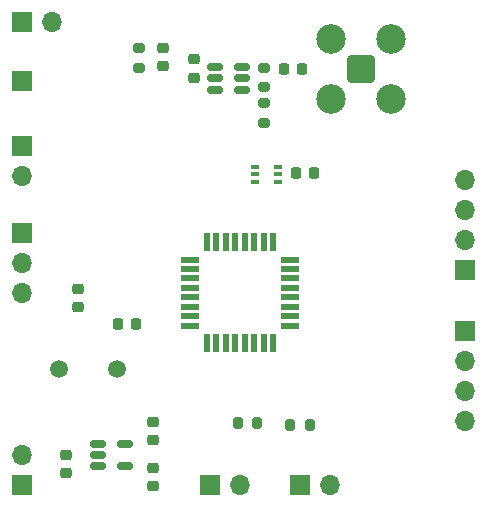
<source format=gts>
G04 #@! TF.GenerationSoftware,KiCad,Pcbnew,7.0.9-7.0.9~ubuntu22.04.1*
G04 #@! TF.CreationDate,2023-11-28T09:56:05+02:00*
G04 #@! TF.ProjectId,elepajaradio,656c6570-616a-4617-9261-64696f2e6b69,rev?*
G04 #@! TF.SameCoordinates,Original*
G04 #@! TF.FileFunction,Soldermask,Top*
G04 #@! TF.FilePolarity,Negative*
%FSLAX46Y46*%
G04 Gerber Fmt 4.6, Leading zero omitted, Abs format (unit mm)*
G04 Created by KiCad (PCBNEW 7.0.9-7.0.9~ubuntu22.04.1) date 2023-11-28 09:56:05*
%MOMM*%
%LPD*%
G01*
G04 APERTURE LIST*
G04 Aperture macros list*
%AMRoundRect*
0 Rectangle with rounded corners*
0 $1 Rounding radius*
0 $2 $3 $4 $5 $6 $7 $8 $9 X,Y pos of 4 corners*
0 Add a 4 corners polygon primitive as box body*
4,1,4,$2,$3,$4,$5,$6,$7,$8,$9,$2,$3,0*
0 Add four circle primitives for the rounded corners*
1,1,$1+$1,$2,$3*
1,1,$1+$1,$4,$5*
1,1,$1+$1,$6,$7*
1,1,$1+$1,$8,$9*
0 Add four rect primitives between the rounded corners*
20,1,$1+$1,$2,$3,$4,$5,0*
20,1,$1+$1,$4,$5,$6,$7,0*
20,1,$1+$1,$6,$7,$8,$9,0*
20,1,$1+$1,$8,$9,$2,$3,0*%
G04 Aperture macros list end*
%ADD10RoundRect,0.225000X-0.225000X-0.250000X0.225000X-0.250000X0.225000X0.250000X-0.225000X0.250000X0*%
%ADD11RoundRect,0.225000X0.250000X-0.225000X0.250000X0.225000X-0.250000X0.225000X-0.250000X-0.225000X0*%
%ADD12RoundRect,0.200000X-0.200000X-0.275000X0.200000X-0.275000X0.200000X0.275000X-0.200000X0.275000X0*%
%ADD13RoundRect,0.200100X-0.949900X0.949900X-0.949900X-0.949900X0.949900X-0.949900X0.949900X0.949900X0*%
%ADD14C,2.500000*%
%ADD15RoundRect,0.200000X-0.275000X0.200000X-0.275000X-0.200000X0.275000X-0.200000X0.275000X0.200000X0*%
%ADD16RoundRect,0.225000X-0.250000X0.225000X-0.250000X-0.225000X0.250000X-0.225000X0.250000X0.225000X0*%
%ADD17R,1.700000X1.700000*%
%ADD18O,1.700000X1.700000*%
%ADD19C,1.500000*%
%ADD20RoundRect,0.150000X-0.512500X-0.150000X0.512500X-0.150000X0.512500X0.150000X-0.512500X0.150000X0*%
%ADD21R,0.650000X0.400000*%
%ADD22RoundRect,0.200000X0.275000X-0.200000X0.275000X0.200000X-0.275000X0.200000X-0.275000X-0.200000X0*%
%ADD23RoundRect,0.225000X0.225000X0.250000X-0.225000X0.250000X-0.225000X-0.250000X0.225000X-0.250000X0*%
%ADD24R,1.600000X0.550000*%
%ADD25R,0.550000X1.600000*%
%ADD26RoundRect,0.200000X0.200000X0.275000X-0.200000X0.275000X-0.200000X-0.275000X0.200000X-0.275000X0*%
%ADD27RoundRect,0.218750X0.256250X-0.218750X0.256250X0.218750X-0.256250X0.218750X-0.256250X-0.218750X0*%
G04 APERTURE END LIST*
D10*
X148225000Y-87850000D03*
X149775000Y-87850000D03*
D11*
X129780000Y-99195000D03*
X129780000Y-97645000D03*
D12*
X143310000Y-109010000D03*
X144960000Y-109010000D03*
D13*
X153750000Y-79000000D03*
D14*
X156290000Y-76460000D03*
X151210000Y-76460000D03*
X156290000Y-81540000D03*
X151210000Y-81540000D03*
D15*
X134925649Y-77264165D03*
X134925649Y-78914165D03*
D16*
X136137119Y-112788400D03*
X136137119Y-114338400D03*
D17*
X140970000Y-114230000D03*
D18*
X143510000Y-114230000D03*
D17*
X125000000Y-80000000D03*
X148590000Y-114230000D03*
D18*
X151130000Y-114230000D03*
D11*
X128750918Y-113233408D03*
X128750918Y-111683408D03*
D19*
X133050000Y-104450000D03*
X128150000Y-104450000D03*
D17*
X162500000Y-101190000D03*
D18*
X162500000Y-103730000D03*
X162500000Y-106270000D03*
X162500000Y-108810000D03*
D20*
X131482500Y-110740000D03*
X131482500Y-111690000D03*
X131482500Y-112640000D03*
X133757500Y-112640000D03*
X133757500Y-110740000D03*
D11*
X136158007Y-110431205D03*
X136158007Y-108881205D03*
D21*
X144780000Y-87300000D03*
X144780000Y-87950000D03*
X144780000Y-88600000D03*
X146680000Y-88600000D03*
X146680000Y-87950000D03*
X146680000Y-87300000D03*
D17*
X125000000Y-75000000D03*
D18*
X127540000Y-75000000D03*
D22*
X145500000Y-80575000D03*
X145500000Y-78925000D03*
D17*
X125000000Y-92915000D03*
D18*
X125000000Y-95455000D03*
X125000000Y-97995000D03*
D17*
X125000000Y-114230000D03*
D18*
X125000000Y-111690000D03*
D20*
X141395000Y-78870000D03*
X141395000Y-79820000D03*
X141395000Y-80770000D03*
X143670000Y-80770000D03*
X143670000Y-79820000D03*
X143670000Y-78870000D03*
D15*
X145500000Y-81925000D03*
X145500000Y-83575000D03*
D17*
X125000000Y-85525000D03*
D18*
X125000000Y-88065000D03*
D17*
X162500000Y-96000000D03*
D18*
X162500000Y-93460000D03*
X162500000Y-90920000D03*
X162500000Y-88380000D03*
D10*
X133125000Y-100650000D03*
X134675000Y-100650000D03*
D23*
X148775000Y-79000000D03*
X147225000Y-79000000D03*
D24*
X139230000Y-95150000D03*
X139230000Y-95950000D03*
X139230000Y-96750000D03*
X139230000Y-97550000D03*
X139230000Y-98350000D03*
X139230000Y-99150000D03*
X139230000Y-99950000D03*
X139230000Y-100750000D03*
D25*
X140680000Y-102200000D03*
X141480000Y-102200000D03*
X142280000Y-102200000D03*
X143080000Y-102200000D03*
X143880000Y-102200000D03*
X144680000Y-102200000D03*
X145480000Y-102200000D03*
X146280000Y-102200000D03*
D24*
X147730000Y-100750000D03*
X147730000Y-99950000D03*
X147730000Y-99150000D03*
X147730000Y-98350000D03*
X147730000Y-97550000D03*
X147730000Y-96750000D03*
X147730000Y-95950000D03*
X147730000Y-95150000D03*
D25*
X146280000Y-93700000D03*
X145480000Y-93700000D03*
X144680000Y-93700000D03*
X143880000Y-93700000D03*
X143080000Y-93700000D03*
X142280000Y-93700000D03*
X141480000Y-93700000D03*
X140680000Y-93700000D03*
D16*
X137000000Y-77250000D03*
X137000000Y-78800000D03*
D26*
X149415000Y-109150000D03*
X147765000Y-109150000D03*
D27*
X139600000Y-79787500D03*
X139600000Y-78212500D03*
M02*

</source>
